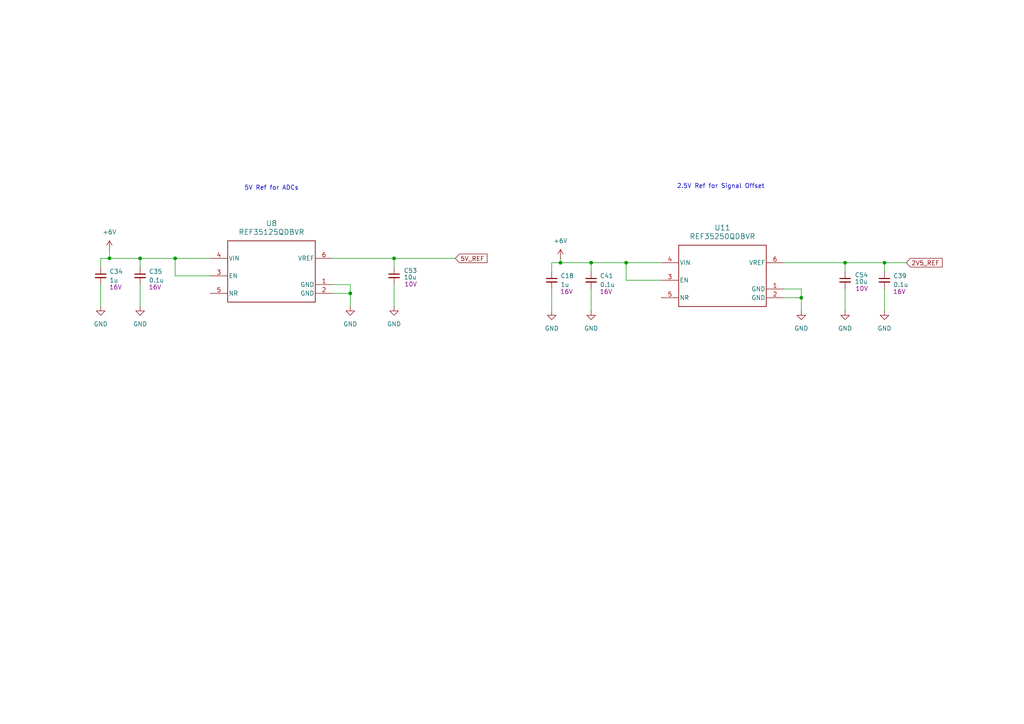
<source format=kicad_sch>
(kicad_sch
	(version 20231120)
	(generator "eeschema")
	(generator_version "8.0")
	(uuid "4c569879-c163-49cd-a50e-362860117b4b")
	(paper "A4")
	(lib_symbols
		(symbol "1_User_Library:Capacitor_non_polar"
			(pin_numbers hide)
			(pin_names
				(offset 0.254) hide)
			(exclude_from_sim no)
			(in_bom yes)
			(on_board yes)
			(property "Reference" "C"
				(at 0.254 1.778 0)
				(effects
					(font
						(size 1.27 1.27)
					)
					(justify left)
				)
			)
			(property "Value" ""
				(at 0.254 -2.032 0)
				(effects
					(font
						(size 1.27 1.27)
					)
					(justify left)
				)
			)
			(property "Footprint" ""
				(at 0 0 0)
				(effects
					(font
						(size 1.27 1.27)
					)
					(hide yes)
				)
			)
			(property "Datasheet" "~"
				(at 0 0 0)
				(effects
					(font
						(size 1.27 1.27)
					)
					(hide yes)
				)
			)
			(property "Description" ""
				(at 0 0 0)
				(effects
					(font
						(size 1.27 1.27)
					)
					(hide yes)
				)
			)
			(property "Part Number" ""
				(at 0 0 0)
				(effects
					(font
						(size 1.27 1.27)
					)
					(hide yes)
				)
			)
			(property "Voltage" ""
				(at 0 0 0)
				(effects
					(font
						(size 1.27 1.27)
					)
				)
			)
			(property "ki_keywords" "capacitor cap"
				(at 0 0 0)
				(effects
					(font
						(size 1.27 1.27)
					)
					(hide yes)
				)
			)
			(property "ki_fp_filters" "C_*"
				(at 0 0 0)
				(effects
					(font
						(size 1.27 1.27)
					)
					(hide yes)
				)
			)
			(symbol "Capacitor_non_polar_0_1"
				(polyline
					(pts
						(xy -1.524 -0.508) (xy 1.524 -0.508)
					)
					(stroke
						(width 0.3302)
						(type default)
					)
					(fill
						(type none)
					)
				)
				(polyline
					(pts
						(xy -1.524 0.508) (xy 1.524 0.508)
					)
					(stroke
						(width 0.3048)
						(type default)
					)
					(fill
						(type none)
					)
				)
			)
			(symbol "Capacitor_non_polar_1_1"
				(pin passive line
					(at 0 2.54 270)
					(length 2.032)
					(name "~"
						(effects
							(font
								(size 1.27 1.27)
							)
						)
					)
					(number "1"
						(effects
							(font
								(size 1.27 1.27)
							)
						)
					)
				)
				(pin passive line
					(at 0 -2.54 90)
					(length 2.032)
					(name "~"
						(effects
							(font
								(size 1.27 1.27)
							)
						)
					)
					(number "2"
						(effects
							(font
								(size 1.27 1.27)
							)
						)
					)
				)
			)
		)
		(symbol "1_User_Library:REF35125QDBVR"
			(pin_names
				(offset 0.254)
			)
			(exclude_from_sim no)
			(in_bom yes)
			(on_board yes)
			(property "Reference" "U"
				(at 0 2.54 0)
				(effects
					(font
						(size 1.524 1.524)
					)
				)
			)
			(property "Value" "REF35125QDBVR"
				(at 17.272 6.604 0)
				(effects
					(font
						(size 1.524 1.524)
					)
				)
			)
			(property "Footprint" "DBV0006A-IPC_A"
				(at 0 0 0)
				(effects
					(font
						(size 1.27 1.27)
						(italic yes)
					)
					(hide yes)
				)
			)
			(property "Datasheet" "REF35125QDBVR"
				(at 0 0 0)
				(effects
					(font
						(size 1.27 1.27)
						(italic yes)
					)
					(hide yes)
				)
			)
			(property "Description" "5V Reference, SOT-223"
				(at 0 0 0)
				(effects
					(font
						(size 1.27 1.27)
					)
					(hide yes)
				)
			)
			(property "ki_keywords" "REF35125QDBVR"
				(at 0 0 0)
				(effects
					(font
						(size 1.27 1.27)
					)
					(hide yes)
				)
			)
			(property "ki_fp_filters" "DBV0006A-IPC_A DBV0006A-IPC_B DBV0006A-IPC_C DBV0006A-MFG"
				(at 0 0 0)
				(effects
					(font
						(size 1.27 1.27)
					)
					(hide yes)
				)
			)
			(symbol "REF35125QDBVR_0_1"
				(polyline
					(pts
						(xy 5.08 -12.7) (xy 30.48 -12.7)
					)
					(stroke
						(width 0.2032)
						(type default)
					)
					(fill
						(type none)
					)
				)
				(polyline
					(pts
						(xy 5.08 5.08) (xy 5.08 -12.7)
					)
					(stroke
						(width 0.2032)
						(type default)
					)
					(fill
						(type none)
					)
				)
				(polyline
					(pts
						(xy 30.48 -12.7) (xy 30.48 5.08)
					)
					(stroke
						(width 0.2032)
						(type default)
					)
					(fill
						(type none)
					)
				)
				(polyline
					(pts
						(xy 30.48 5.08) (xy 5.08 5.08)
					)
					(stroke
						(width 0.2032)
						(type default)
					)
					(fill
						(type none)
					)
				)
				(pin power_in line
					(at 35.56 -7.62 180)
					(length 5.08)
					(name "GND"
						(effects
							(font
								(size 1.27 1.27)
							)
						)
					)
					(number "1"
						(effects
							(font
								(size 1.27 1.27)
							)
						)
					)
				)
				(pin power_in line
					(at 35.56 -10.16 180)
					(length 5.08)
					(name "GND"
						(effects
							(font
								(size 1.27 1.27)
							)
						)
					)
					(number "2"
						(effects
							(font
								(size 1.27 1.27)
							)
						)
					)
				)
				(pin input line
					(at 0 -5.08 0)
					(length 5.08)
					(name "EN"
						(effects
							(font
								(size 1.27 1.27)
							)
						)
					)
					(number "3"
						(effects
							(font
								(size 1.27 1.27)
							)
						)
					)
				)
				(pin power_in line
					(at 0 0 0)
					(length 5.08)
					(name "VIN"
						(effects
							(font
								(size 1.27 1.27)
							)
						)
					)
					(number "4"
						(effects
							(font
								(size 1.27 1.27)
							)
						)
					)
				)
				(pin unspecified line
					(at 0 -10.16 0)
					(length 5.08)
					(name "NR"
						(effects
							(font
								(size 1.27 1.27)
							)
						)
					)
					(number "5"
						(effects
							(font
								(size 1.27 1.27)
							)
						)
					)
				)
				(pin unspecified line
					(at 35.56 0 180)
					(length 5.08)
					(name "VREF"
						(effects
							(font
								(size 1.27 1.27)
							)
						)
					)
					(number "6"
						(effects
							(font
								(size 1.27 1.27)
							)
						)
					)
				)
			)
		)
		(symbol "1_User_Library:REF35250QDBVR"
			(pin_names
				(offset 0.254)
			)
			(exclude_from_sim no)
			(in_bom yes)
			(on_board yes)
			(property "Reference" "U"
				(at 0 2.54 0)
				(effects
					(font
						(size 1.524 1.524)
					)
				)
			)
			(property "Value" "REF35250QDBVR"
				(at 17.272 6.604 0)
				(effects
					(font
						(size 1.524 1.524)
					)
				)
			)
			(property "Footprint" "DBV0006A-IPC_A"
				(at 0 0 0)
				(effects
					(font
						(size 1.27 1.27)
						(italic yes)
					)
					(hide yes)
				)
			)
			(property "Datasheet" "REF35250QDBVR"
				(at 0 0 0)
				(effects
					(font
						(size 1.27 1.27)
						(italic yes)
					)
					(hide yes)
				)
			)
			(property "Description" "2.5V Reference, SOT-223"
				(at 0 0 0)
				(effects
					(font
						(size 1.27 1.27)
					)
					(hide yes)
				)
			)
			(property "ki_keywords" "REF35250QDBVR"
				(at 0 0 0)
				(effects
					(font
						(size 1.27 1.27)
					)
					(hide yes)
				)
			)
			(property "ki_fp_filters" "DBV0006A-IPC_A DBV0006A-IPC_B DBV0006A-IPC_C DBV0006A-MFG"
				(at 0 0 0)
				(effects
					(font
						(size 1.27 1.27)
					)
					(hide yes)
				)
			)
			(symbol "REF35250QDBVR_0_1"
				(polyline
					(pts
						(xy 5.08 -12.7) (xy 30.48 -12.7)
					)
					(stroke
						(width 0.2032)
						(type default)
					)
					(fill
						(type none)
					)
				)
				(polyline
					(pts
						(xy 5.08 5.08) (xy 5.08 -12.7)
					)
					(stroke
						(width 0.2032)
						(type default)
					)
					(fill
						(type none)
					)
				)
				(polyline
					(pts
						(xy 30.48 -12.7) (xy 30.48 5.08)
					)
					(stroke
						(width 0.2032)
						(type default)
					)
					(fill
						(type none)
					)
				)
				(polyline
					(pts
						(xy 30.48 5.08) (xy 5.08 5.08)
					)
					(stroke
						(width 0.2032)
						(type default)
					)
					(fill
						(type none)
					)
				)
				(pin power_in line
					(at 35.56 -7.62 180)
					(length 5.08)
					(name "GND"
						(effects
							(font
								(size 1.27 1.27)
							)
						)
					)
					(number "1"
						(effects
							(font
								(size 1.27 1.27)
							)
						)
					)
				)
				(pin power_in line
					(at 35.56 -10.16 180)
					(length 5.08)
					(name "GND"
						(effects
							(font
								(size 1.27 1.27)
							)
						)
					)
					(number "2"
						(effects
							(font
								(size 1.27 1.27)
							)
						)
					)
				)
				(pin input line
					(at 0 -5.08 0)
					(length 5.08)
					(name "EN"
						(effects
							(font
								(size 1.27 1.27)
							)
						)
					)
					(number "3"
						(effects
							(font
								(size 1.27 1.27)
							)
						)
					)
				)
				(pin power_in line
					(at 0 0 0)
					(length 5.08)
					(name "VIN"
						(effects
							(font
								(size 1.27 1.27)
							)
						)
					)
					(number "4"
						(effects
							(font
								(size 1.27 1.27)
							)
						)
					)
				)
				(pin unspecified line
					(at 0 -10.16 0)
					(length 5.08)
					(name "NR"
						(effects
							(font
								(size 1.27 1.27)
							)
						)
					)
					(number "5"
						(effects
							(font
								(size 1.27 1.27)
							)
						)
					)
				)
				(pin unspecified line
					(at 35.56 0 180)
					(length 5.08)
					(name "VREF"
						(effects
							(font
								(size 1.27 1.27)
							)
						)
					)
					(number "6"
						(effects
							(font
								(size 1.27 1.27)
							)
						)
					)
				)
			)
		)
		(symbol "Capacitor_non_polar_1"
			(pin_numbers hide)
			(pin_names
				(offset 0.254) hide)
			(exclude_from_sim no)
			(in_bom yes)
			(on_board yes)
			(property "Reference" "C"
				(at 0.254 1.778 0)
				(effects
					(font
						(size 1.27 1.27)
					)
					(justify left)
				)
			)
			(property "Value" ""
				(at 0.254 -2.032 0)
				(effects
					(font
						(size 1.27 1.27)
					)
					(justify left)
				)
			)
			(property "Footprint" ""
				(at 0 0 0)
				(effects
					(font
						(size 1.27 1.27)
					)
					(hide yes)
				)
			)
			(property "Datasheet" "~"
				(at 0 0 0)
				(effects
					(font
						(size 1.27 1.27)
					)
					(hide yes)
				)
			)
			(property "Description" ""
				(at 0 0 0)
				(effects
					(font
						(size 1.27 1.27)
					)
					(hide yes)
				)
			)
			(property "Part Number" ""
				(at 0 0 0)
				(effects
					(font
						(size 1.27 1.27)
					)
					(hide yes)
				)
			)
			(property "Voltage" ""
				(at 0 0 0)
				(effects
					(font
						(size 1.27 1.27)
					)
				)
			)
			(property "ki_keywords" "capacitor cap"
				(at 0 0 0)
				(effects
					(font
						(size 1.27 1.27)
					)
					(hide yes)
				)
			)
			(property "ki_fp_filters" "C_*"
				(at 0 0 0)
				(effects
					(font
						(size 1.27 1.27)
					)
					(hide yes)
				)
			)
			(symbol "Capacitor_non_polar_1_0_1"
				(polyline
					(pts
						(xy -1.524 -0.508) (xy 1.524 -0.508)
					)
					(stroke
						(width 0.3302)
						(type default)
					)
					(fill
						(type none)
					)
				)
				(polyline
					(pts
						(xy -1.524 0.508) (xy 1.524 0.508)
					)
					(stroke
						(width 0.3048)
						(type default)
					)
					(fill
						(type none)
					)
				)
			)
			(symbol "Capacitor_non_polar_1_1_1"
				(pin passive line
					(at 0 2.54 270)
					(length 2.032)
					(name "~"
						(effects
							(font
								(size 1.27 1.27)
							)
						)
					)
					(number "1"
						(effects
							(font
								(size 1.27 1.27)
							)
						)
					)
				)
				(pin passive line
					(at 0 -2.54 90)
					(length 2.032)
					(name "~"
						(effects
							(font
								(size 1.27 1.27)
							)
						)
					)
					(number "2"
						(effects
							(font
								(size 1.27 1.27)
							)
						)
					)
				)
			)
		)
		(symbol "power:+6V"
			(power)
			(pin_numbers hide)
			(pin_names
				(offset 0) hide)
			(exclude_from_sim no)
			(in_bom yes)
			(on_board yes)
			(property "Reference" "#PWR"
				(at 0 -3.81 0)
				(effects
					(font
						(size 1.27 1.27)
					)
					(hide yes)
				)
			)
			(property "Value" "+6V"
				(at 0 3.556 0)
				(effects
					(font
						(size 1.27 1.27)
					)
				)
			)
			(property "Footprint" ""
				(at 0 0 0)
				(effects
					(font
						(size 1.27 1.27)
					)
					(hide yes)
				)
			)
			(property "Datasheet" ""
				(at 0 0 0)
				(effects
					(font
						(size 1.27 1.27)
					)
					(hide yes)
				)
			)
			(property "Description" "Power symbol creates a global label with name \"+6V\""
				(at 0 0 0)
				(effects
					(font
						(size 1.27 1.27)
					)
					(hide yes)
				)
			)
			(property "ki_keywords" "global power"
				(at 0 0 0)
				(effects
					(font
						(size 1.27 1.27)
					)
					(hide yes)
				)
			)
			(symbol "+6V_0_1"
				(polyline
					(pts
						(xy -0.762 1.27) (xy 0 2.54)
					)
					(stroke
						(width 0)
						(type default)
					)
					(fill
						(type none)
					)
				)
				(polyline
					(pts
						(xy 0 0) (xy 0 2.54)
					)
					(stroke
						(width 0)
						(type default)
					)
					(fill
						(type none)
					)
				)
				(polyline
					(pts
						(xy 0 2.54) (xy 0.762 1.27)
					)
					(stroke
						(width 0)
						(type default)
					)
					(fill
						(type none)
					)
				)
			)
			(symbol "+6V_1_1"
				(pin power_in line
					(at 0 0 90)
					(length 0)
					(name "~"
						(effects
							(font
								(size 1.27 1.27)
							)
						)
					)
					(number "1"
						(effects
							(font
								(size 1.27 1.27)
							)
						)
					)
				)
			)
		)
		(symbol "power:GND"
			(power)
			(pin_numbers hide)
			(pin_names
				(offset 0) hide)
			(exclude_from_sim no)
			(in_bom yes)
			(on_board yes)
			(property "Reference" "#PWR"
				(at 0 -6.35 0)
				(effects
					(font
						(size 1.27 1.27)
					)
					(hide yes)
				)
			)
			(property "Value" "GND"
				(at 0 -3.81 0)
				(effects
					(font
						(size 1.27 1.27)
					)
				)
			)
			(property "Footprint" ""
				(at 0 0 0)
				(effects
					(font
						(size 1.27 1.27)
					)
					(hide yes)
				)
			)
			(property "Datasheet" ""
				(at 0 0 0)
				(effects
					(font
						(size 1.27 1.27)
					)
					(hide yes)
				)
			)
			(property "Description" "Power symbol creates a global label with name \"GND\" , ground"
				(at 0 0 0)
				(effects
					(font
						(size 1.27 1.27)
					)
					(hide yes)
				)
			)
			(property "ki_keywords" "global power"
				(at 0 0 0)
				(effects
					(font
						(size 1.27 1.27)
					)
					(hide yes)
				)
			)
			(symbol "GND_0_1"
				(polyline
					(pts
						(xy 0 0) (xy 0 -1.27) (xy 1.27 -1.27) (xy 0 -2.54) (xy -1.27 -1.27) (xy 0 -1.27)
					)
					(stroke
						(width 0)
						(type default)
					)
					(fill
						(type none)
					)
				)
			)
			(symbol "GND_1_1"
				(pin power_in line
					(at 0 0 270)
					(length 0)
					(name "~"
						(effects
							(font
								(size 1.27 1.27)
							)
						)
					)
					(number "1"
						(effects
							(font
								(size 1.27 1.27)
							)
						)
					)
				)
			)
		)
	)
	(junction
		(at 171.45 76.2)
		(diameter 0)
		(color 0 0 0 0)
		(uuid "0bc5351c-4db6-4c69-80ee-92727d0147d2")
	)
	(junction
		(at 181.61 76.2)
		(diameter 0)
		(color 0 0 0 0)
		(uuid "0c88a7ba-a9b9-47b4-bbe6-63cf3a6fd4c7")
	)
	(junction
		(at 232.41 86.36)
		(diameter 0)
		(color 0 0 0 0)
		(uuid "2820d952-16a0-4cee-8c32-85001138d664")
	)
	(junction
		(at 245.11 76.2)
		(diameter 0)
		(color 0 0 0 0)
		(uuid "4c299cf8-46f1-4cd4-8050-788038e50d88")
	)
	(junction
		(at 101.6 85.09)
		(diameter 0)
		(color 0 0 0 0)
		(uuid "6e81c873-4455-4730-839b-197e7a97d18f")
	)
	(junction
		(at 40.64 74.93)
		(diameter 0)
		(color 0 0 0 0)
		(uuid "7153d167-abf2-47d3-a29c-26dfc255c128")
	)
	(junction
		(at 50.8 74.93)
		(diameter 0)
		(color 0 0 0 0)
		(uuid "90826def-bc2d-4b6a-8790-64d0c2fbb586")
	)
	(junction
		(at 31.75 74.93)
		(diameter 0)
		(color 0 0 0 0)
		(uuid "937bb750-71b7-436b-96e8-5f9eca8536ff")
	)
	(junction
		(at 256.54 76.2)
		(diameter 0)
		(color 0 0 0 0)
		(uuid "a057a796-5e43-438f-bb2b-2c79c64fb52f")
	)
	(junction
		(at 114.3 74.93)
		(diameter 0)
		(color 0 0 0 0)
		(uuid "ac24325e-7ab8-4a04-89a0-ba2de460bb32")
	)
	(junction
		(at 162.56 76.2)
		(diameter 0)
		(color 0 0 0 0)
		(uuid "afec8b97-24d8-4518-a7d8-fcc5b178fbad")
	)
	(wire
		(pts
			(xy 171.45 78.74) (xy 171.45 76.2)
		)
		(stroke
			(width 0)
			(type default)
		)
		(uuid "0220c401-92e4-4d26-80f3-f16509941fc7")
	)
	(wire
		(pts
			(xy 227.33 83.82) (xy 232.41 83.82)
		)
		(stroke
			(width 0)
			(type default)
		)
		(uuid "0cb1df1e-a8e6-482f-b4bf-9b1f2abe9090")
	)
	(wire
		(pts
			(xy 29.21 74.93) (xy 31.75 74.93)
		)
		(stroke
			(width 0)
			(type default)
		)
		(uuid "0e001305-e3db-4f32-812c-0c0da99d2e08")
	)
	(wire
		(pts
			(xy 256.54 78.74) (xy 256.54 76.2)
		)
		(stroke
			(width 0)
			(type default)
		)
		(uuid "18aaa140-baeb-4d35-b665-f78c7afc3067")
	)
	(wire
		(pts
			(xy 245.11 76.2) (xy 256.54 76.2)
		)
		(stroke
			(width 0)
			(type default)
		)
		(uuid "1b352d37-5a7e-4d1d-9d62-ce479d39926b")
	)
	(wire
		(pts
			(xy 227.33 76.2) (xy 245.11 76.2)
		)
		(stroke
			(width 0)
			(type default)
		)
		(uuid "211a0b8a-c3c2-4cee-8bda-ee154fa735c1")
	)
	(wire
		(pts
			(xy 171.45 76.2) (xy 181.61 76.2)
		)
		(stroke
			(width 0)
			(type default)
		)
		(uuid "2648c015-fcee-4592-8111-e7d7d9704f91")
	)
	(wire
		(pts
			(xy 181.61 76.2) (xy 191.77 76.2)
		)
		(stroke
			(width 0)
			(type default)
		)
		(uuid "2a48b437-7cc9-4d5e-a362-96bcf77ffb19")
	)
	(wire
		(pts
			(xy 50.8 80.01) (xy 50.8 74.93)
		)
		(stroke
			(width 0)
			(type default)
		)
		(uuid "2cbcf697-572c-47c6-8cdf-d023ce57e85b")
	)
	(wire
		(pts
			(xy 181.61 81.28) (xy 181.61 76.2)
		)
		(stroke
			(width 0)
			(type default)
		)
		(uuid "433e4baa-2cea-49b3-bb32-b196f6a86495")
	)
	(wire
		(pts
			(xy 29.21 77.47) (xy 29.21 74.93)
		)
		(stroke
			(width 0)
			(type default)
		)
		(uuid "4a38fa1a-858c-4cd7-a385-67a64d4228df")
	)
	(wire
		(pts
			(xy 60.96 80.01) (xy 50.8 80.01)
		)
		(stroke
			(width 0)
			(type default)
		)
		(uuid "557f3286-1df6-4f6f-8216-c60cef8e2581")
	)
	(wire
		(pts
			(xy 171.45 83.82) (xy 171.45 90.17)
		)
		(stroke
			(width 0)
			(type default)
		)
		(uuid "6309de14-0d4b-4d0d-b76d-93b464bbdea4")
	)
	(wire
		(pts
			(xy 96.52 85.09) (xy 101.6 85.09)
		)
		(stroke
			(width 0)
			(type default)
		)
		(uuid "670199fc-e0b7-4d2f-92dc-57610b13c433")
	)
	(wire
		(pts
			(xy 227.33 86.36) (xy 232.41 86.36)
		)
		(stroke
			(width 0)
			(type default)
		)
		(uuid "68115fcf-4cc0-4552-8112-02a0c1d725de")
	)
	(wire
		(pts
			(xy 114.3 82.55) (xy 114.3 88.9)
		)
		(stroke
			(width 0)
			(type default)
		)
		(uuid "6f4f0e51-a67c-49e0-aa73-03db4228529d")
	)
	(wire
		(pts
			(xy 160.02 76.2) (xy 162.56 76.2)
		)
		(stroke
			(width 0)
			(type default)
		)
		(uuid "7683e599-92ac-4a69-94cd-b5f0fc45bd76")
	)
	(wire
		(pts
			(xy 101.6 85.09) (xy 101.6 88.9)
		)
		(stroke
			(width 0)
			(type default)
		)
		(uuid "76cb5ac9-77f8-423c-9448-aa2101891bdd")
	)
	(wire
		(pts
			(xy 40.64 74.93) (xy 50.8 74.93)
		)
		(stroke
			(width 0)
			(type default)
		)
		(uuid "820ccb84-6ea4-4a44-8273-3f35f3bccdbd")
	)
	(wire
		(pts
			(xy 31.75 72.39) (xy 31.75 74.93)
		)
		(stroke
			(width 0)
			(type default)
		)
		(uuid "91bdb87b-11aa-414e-8a84-cf399faf0c1e")
	)
	(wire
		(pts
			(xy 162.56 76.2) (xy 171.45 76.2)
		)
		(stroke
			(width 0)
			(type default)
		)
		(uuid "926915f9-b083-40ce-9c3c-6aed82cf77c4")
	)
	(wire
		(pts
			(xy 162.56 74.93) (xy 162.56 76.2)
		)
		(stroke
			(width 0)
			(type default)
		)
		(uuid "9328214e-f5d5-46fe-9213-7305fc23e147")
	)
	(wire
		(pts
			(xy 245.11 83.82) (xy 245.11 90.17)
		)
		(stroke
			(width 0)
			(type default)
		)
		(uuid "a89bd21e-1b3f-4ca3-a979-5bea9472d36a")
	)
	(wire
		(pts
			(xy 96.52 82.55) (xy 101.6 82.55)
		)
		(stroke
			(width 0)
			(type default)
		)
		(uuid "aea9ffe8-0093-4d5f-ad57-30355c56bfbc")
	)
	(wire
		(pts
			(xy 114.3 74.93) (xy 132.08 74.93)
		)
		(stroke
			(width 0)
			(type default)
		)
		(uuid "b03b95ad-2068-4c04-bb44-73d6cc1d4130")
	)
	(wire
		(pts
			(xy 114.3 74.93) (xy 114.3 77.47)
		)
		(stroke
			(width 0)
			(type default)
		)
		(uuid "b2408912-45a3-49e7-8fae-2eab01305b7d")
	)
	(wire
		(pts
			(xy 256.54 76.2) (xy 262.89 76.2)
		)
		(stroke
			(width 0)
			(type default)
		)
		(uuid "b2973f70-abe1-44f0-bffd-65b5dcfbaafd")
	)
	(wire
		(pts
			(xy 50.8 74.93) (xy 60.96 74.93)
		)
		(stroke
			(width 0)
			(type default)
		)
		(uuid "bad27441-2a28-4352-aa5f-737b704d0249")
	)
	(wire
		(pts
			(xy 160.02 83.82) (xy 160.02 90.17)
		)
		(stroke
			(width 0)
			(type default)
		)
		(uuid "bb2da18f-126c-4822-a5d0-ae988ed3a037")
	)
	(wire
		(pts
			(xy 40.64 82.55) (xy 40.64 88.9)
		)
		(stroke
			(width 0)
			(type default)
		)
		(uuid "bd7c9d7c-aecd-47f5-9d58-87b2a7305a11")
	)
	(wire
		(pts
			(xy 31.75 74.93) (xy 40.64 74.93)
		)
		(stroke
			(width 0)
			(type default)
		)
		(uuid "c36ceac5-1f30-487d-8335-d7de9d7909c9")
	)
	(wire
		(pts
			(xy 29.21 82.55) (xy 29.21 88.9)
		)
		(stroke
			(width 0)
			(type default)
		)
		(uuid "cef50d76-6105-4b59-8fec-11748b264a67")
	)
	(wire
		(pts
			(xy 160.02 78.74) (xy 160.02 76.2)
		)
		(stroke
			(width 0)
			(type default)
		)
		(uuid "d5478faf-48b8-4602-bf20-38f85e9f2c78")
	)
	(wire
		(pts
			(xy 191.77 81.28) (xy 181.61 81.28)
		)
		(stroke
			(width 0)
			(type default)
		)
		(uuid "d81ccf3f-dddc-4b0a-ab80-b4c0b90bb18b")
	)
	(wire
		(pts
			(xy 40.64 77.47) (xy 40.64 74.93)
		)
		(stroke
			(width 0)
			(type default)
		)
		(uuid "dab9d421-435b-4865-b3da-e1bdd3dddccb")
	)
	(wire
		(pts
			(xy 256.54 83.82) (xy 256.54 90.17)
		)
		(stroke
			(width 0)
			(type default)
		)
		(uuid "e133297a-244d-4fb1-93e7-42dda158ad2f")
	)
	(wire
		(pts
			(xy 101.6 82.55) (xy 101.6 85.09)
		)
		(stroke
			(width 0)
			(type default)
		)
		(uuid "e91cc2d0-f666-4d53-902e-71d05ad18201")
	)
	(wire
		(pts
			(xy 232.41 83.82) (xy 232.41 86.36)
		)
		(stroke
			(width 0)
			(type default)
		)
		(uuid "ea15acc9-f397-4568-86bd-84ee059e8f47")
	)
	(wire
		(pts
			(xy 232.41 86.36) (xy 232.41 90.17)
		)
		(stroke
			(width 0)
			(type default)
		)
		(uuid "eb889c24-a135-4485-ba1d-d1b4985124a0")
	)
	(wire
		(pts
			(xy 245.11 76.2) (xy 245.11 78.74)
		)
		(stroke
			(width 0)
			(type default)
		)
		(uuid "f61b845c-31b5-4620-8c7b-fc660a05efb1")
	)
	(wire
		(pts
			(xy 96.52 74.93) (xy 114.3 74.93)
		)
		(stroke
			(width 0)
			(type default)
		)
		(uuid "fe363a9e-1c3c-4784-9108-e246020e1061")
	)
	(text "2.5V Ref for Signal Offset"
		(exclude_from_sim no)
		(at 209.042 54.102 0)
		(effects
			(font
				(size 1.27 1.27)
			)
		)
		(uuid "03636c01-a5b4-4cad-a6eb-bacf278b13e7")
	)
	(text "5V Ref for ADCs"
		(exclude_from_sim no)
		(at 78.74 54.61 0)
		(effects
			(font
				(size 1.27 1.27)
			)
		)
		(uuid "0c1e8b7f-a43f-4140-a4c7-1aa37cf305be")
	)
	(global_label "2V5_REF"
		(shape input)
		(at 262.89 76.2 0)
		(fields_autoplaced yes)
		(effects
			(font
				(size 1.27 1.27)
			)
			(justify left)
		)
		(uuid "9315550a-2bd5-4386-87bb-011430b4cdf6")
		(property "Intersheetrefs" "${INTERSHEET_REFS}"
			(at 273.858 76.2 0)
			(effects
				(font
					(size 1.27 1.27)
				)
				(justify left)
				(hide yes)
			)
		)
	)
	(global_label "5V_REF"
		(shape input)
		(at 132.08 74.93 0)
		(fields_autoplaced yes)
		(effects
			(font
				(size 1.27 1.27)
			)
			(justify left)
		)
		(uuid "b81d43cd-2e9c-458c-a2a9-6dcd35e1c8a9")
		(property "Intersheetrefs" "${INTERSHEET_REFS}"
			(at 141.8385 74.93 0)
			(effects
				(font
					(size 1.27 1.27)
				)
				(justify left)
				(hide yes)
			)
		)
	)
	(symbol
		(lib_id "power:GND")
		(at 256.54 90.17 0)
		(unit 1)
		(exclude_from_sim no)
		(in_bom yes)
		(on_board yes)
		(dnp no)
		(fields_autoplaced yes)
		(uuid "025e31d5-1fb2-4493-b0a3-b48d62da5d21")
		(property "Reference" "#PWR064"
			(at 256.54 96.52 0)
			(effects
				(font
					(size 1.27 1.27)
				)
				(hide yes)
			)
		)
		(property "Value" "GND"
			(at 256.54 95.25 0)
			(effects
				(font
					(size 1.27 1.27)
				)
			)
		)
		(property "Footprint" ""
			(at 256.54 90.17 0)
			(effects
				(font
					(size 1.27 1.27)
				)
				(hide yes)
			)
		)
		(property "Datasheet" ""
			(at 256.54 90.17 0)
			(effects
				(font
					(size 1.27 1.27)
				)
				(hide yes)
			)
		)
		(property "Description" "Power symbol creates a global label with name \"GND\" , ground"
			(at 256.54 90.17 0)
			(effects
				(font
					(size 1.27 1.27)
				)
				(hide yes)
			)
		)
		(pin "1"
			(uuid "775350f1-ae2d-4586-ba76-2a4faa3094ff")
		)
		(instances
			(project "Power"
				(path "/04a6a617-f7af-4f67-885b-c0b286b5e470/4cf4989c-6448-474d-8ebc-d5acdee72528"
					(reference "#PWR064")
					(unit 1)
				)
			)
		)
	)
	(symbol
		(lib_id "power:GND")
		(at 101.6 88.9 0)
		(unit 1)
		(exclude_from_sim no)
		(in_bom yes)
		(on_board yes)
		(dnp no)
		(fields_autoplaced yes)
		(uuid "0aae1eab-0aa2-439f-87c9-cde724f8144f")
		(property "Reference" "#PWR062"
			(at 101.6 95.25 0)
			(effects
				(font
					(size 1.27 1.27)
				)
				(hide yes)
			)
		)
		(property "Value" "GND"
			(at 101.6 93.98 0)
			(effects
				(font
					(size 1.27 1.27)
				)
			)
		)
		(property "Footprint" ""
			(at 101.6 88.9 0)
			(effects
				(font
					(size 1.27 1.27)
				)
				(hide yes)
			)
		)
		(property "Datasheet" ""
			(at 101.6 88.9 0)
			(effects
				(font
					(size 1.27 1.27)
				)
				(hide yes)
			)
		)
		(property "Description" "Power symbol creates a global label with name \"GND\" , ground"
			(at 101.6 88.9 0)
			(effects
				(font
					(size 1.27 1.27)
				)
				(hide yes)
			)
		)
		(pin "1"
			(uuid "74cad81d-b19a-47b6-b9fe-28cad7bdb5d5")
		)
		(instances
			(project "Power"
				(path "/04a6a617-f7af-4f67-885b-c0b286b5e470/4cf4989c-6448-474d-8ebc-d5acdee72528"
					(reference "#PWR062")
					(unit 1)
				)
			)
		)
	)
	(symbol
		(lib_id "1_User_Library:Capacitor_non_polar")
		(at 256.54 81.28 0)
		(unit 1)
		(exclude_from_sim no)
		(in_bom yes)
		(on_board yes)
		(dnp no)
		(uuid "222a80df-0f2f-43f3-bb61-6ffdc20e4aff")
		(property "Reference" "C39"
			(at 259.08 80.0162 0)
			(effects
				(font
					(size 1.27 1.27)
				)
				(justify left)
			)
		)
		(property "Value" "0.1u"
			(at 259.08 82.5562 0)
			(effects
				(font
					(size 1.27 1.27)
				)
				(justify left)
			)
		)
		(property "Footprint" "Capacitor_SMD:C_0805_2012Metric_Pad1.18x1.45mm_HandSolder"
			(at 256.54 81.28 0)
			(effects
				(font
					(size 1.27 1.27)
				)
				(hide yes)
			)
		)
		(property "Datasheet" "~"
			(at 256.54 81.28 0)
			(effects
				(font
					(size 1.27 1.27)
				)
				(hide yes)
			)
		)
		(property "Description" ""
			(at 256.54 81.28 0)
			(effects
				(font
					(size 1.27 1.27)
				)
				(hide yes)
			)
		)
		(property "Part Number" "0805YC104MAT2A"
			(at 256.54 81.28 0)
			(effects
				(font
					(size 1.27 1.27)
				)
				(hide yes)
			)
		)
		(property "Voltage" "16V"
			(at 260.858 84.582 0)
			(effects
				(font
					(size 1.27 1.27)
				)
			)
		)
		(pin "1"
			(uuid "ce8027c6-ddee-4bdb-bdb2-96a7766a8953")
		)
		(pin "2"
			(uuid "29615879-89bd-459e-9b0a-10c32622a5e0")
		)
		(instances
			(project "Power"
				(path "/04a6a617-f7af-4f67-885b-c0b286b5e470/4cf4989c-6448-474d-8ebc-d5acdee72528"
					(reference "C39")
					(unit 1)
				)
			)
		)
	)
	(symbol
		(lib_id "power:GND")
		(at 171.45 90.17 0)
		(unit 1)
		(exclude_from_sim no)
		(in_bom yes)
		(on_board yes)
		(dnp no)
		(fields_autoplaced yes)
		(uuid "2ef403db-dc01-48d4-b184-980ed1a79aeb")
		(property "Reference" "#PWR067"
			(at 171.45 96.52 0)
			(effects
				(font
					(size 1.27 1.27)
				)
				(hide yes)
			)
		)
		(property "Value" "GND"
			(at 171.45 95.25 0)
			(effects
				(font
					(size 1.27 1.27)
				)
			)
		)
		(property "Footprint" ""
			(at 171.45 90.17 0)
			(effects
				(font
					(size 1.27 1.27)
				)
				(hide yes)
			)
		)
		(property "Datasheet" ""
			(at 171.45 90.17 0)
			(effects
				(font
					(size 1.27 1.27)
				)
				(hide yes)
			)
		)
		(property "Description" "Power symbol creates a global label with name \"GND\" , ground"
			(at 171.45 90.17 0)
			(effects
				(font
					(size 1.27 1.27)
				)
				(hide yes)
			)
		)
		(pin "1"
			(uuid "af274188-8a7c-4281-884b-b43479d2c884")
		)
		(instances
			(project "Power"
				(path "/04a6a617-f7af-4f67-885b-c0b286b5e470/4cf4989c-6448-474d-8ebc-d5acdee72528"
					(reference "#PWR067")
					(unit 1)
				)
			)
		)
	)
	(symbol
		(lib_id "1_User_Library:Capacitor_non_polar")
		(at 160.02 81.28 0)
		(unit 1)
		(exclude_from_sim no)
		(in_bom yes)
		(on_board yes)
		(dnp no)
		(uuid "34b5369a-dc16-4e05-acc4-4c853d55da61")
		(property "Reference" "C18"
			(at 162.56 80.0162 0)
			(effects
				(font
					(size 1.27 1.27)
				)
				(justify left)
			)
		)
		(property "Value" "1u"
			(at 162.56 82.5562 0)
			(effects
				(font
					(size 1.27 1.27)
				)
				(justify left)
			)
		)
		(property "Footprint" "Capacitor_SMD:C_0805_2012Metric_Pad1.18x1.45mm_HandSolder"
			(at 160.02 81.28 0)
			(effects
				(font
					(size 1.27 1.27)
				)
				(hide yes)
			)
		)
		(property "Datasheet" "~"
			(at 160.02 81.28 0)
			(effects
				(font
					(size 1.27 1.27)
				)
				(hide yes)
			)
		)
		(property "Description" ""
			(at 160.02 81.28 0)
			(effects
				(font
					(size 1.27 1.27)
				)
				(hide yes)
			)
		)
		(property "Part Number" "0805YC105KAT2A"
			(at 160.02 81.28 0)
			(effects
				(font
					(size 1.27 1.27)
				)
				(hide yes)
			)
		)
		(property "Voltage" "16V"
			(at 164.338 84.582 0)
			(effects
				(font
					(size 1.27 1.27)
				)
			)
		)
		(pin "1"
			(uuid "0d461a34-c2d7-44a4-a501-f5fbb2406acc")
		)
		(pin "2"
			(uuid "17981264-be99-4f75-8c22-1db6273d8235")
		)
		(instances
			(project "Power"
				(path "/04a6a617-f7af-4f67-885b-c0b286b5e470/4cf4989c-6448-474d-8ebc-d5acdee72528"
					(reference "C18")
					(unit 1)
				)
			)
		)
	)
	(symbol
		(lib_id "power:GND")
		(at 245.11 90.17 0)
		(unit 1)
		(exclude_from_sim no)
		(in_bom yes)
		(on_board yes)
		(dnp no)
		(fields_autoplaced yes)
		(uuid "3500cbc0-2ae0-4b55-a673-7a6cdc445efa")
		(property "Reference" "#PWR065"
			(at 245.11 96.52 0)
			(effects
				(font
					(size 1.27 1.27)
				)
				(hide yes)
			)
		)
		(property "Value" "GND"
			(at 245.11 95.25 0)
			(effects
				(font
					(size 1.27 1.27)
				)
			)
		)
		(property "Footprint" ""
			(at 245.11 90.17 0)
			(effects
				(font
					(size 1.27 1.27)
				)
				(hide yes)
			)
		)
		(property "Datasheet" ""
			(at 245.11 90.17 0)
			(effects
				(font
					(size 1.27 1.27)
				)
				(hide yes)
			)
		)
		(property "Description" "Power symbol creates a global label with name \"GND\" , ground"
			(at 245.11 90.17 0)
			(effects
				(font
					(size 1.27 1.27)
				)
				(hide yes)
			)
		)
		(pin "1"
			(uuid "e682353d-40bd-40d5-b698-9fd1f0175efc")
		)
		(instances
			(project "Power"
				(path "/04a6a617-f7af-4f67-885b-c0b286b5e470/4cf4989c-6448-474d-8ebc-d5acdee72528"
					(reference "#PWR065")
					(unit 1)
				)
			)
		)
	)
	(symbol
		(lib_id "1_User_Library:REF35125QDBVR")
		(at 60.96 74.93 0)
		(unit 1)
		(exclude_from_sim no)
		(in_bom yes)
		(on_board yes)
		(dnp no)
		(fields_autoplaced yes)
		(uuid "431835ea-c2e9-400b-a08e-e291ad94e0d0")
		(property "Reference" "U8"
			(at 78.74 64.77 0)
			(effects
				(font
					(size 1.524 1.524)
				)
			)
		)
		(property "Value" "REF35125QDBVR"
			(at 78.74 67.31 0)
			(effects
				(font
					(size 1.524 1.524)
				)
			)
		)
		(property "Footprint" "DBV0006A-IPC_A"
			(at 60.96 74.93 0)
			(effects
				(font
					(size 1.27 1.27)
					(italic yes)
				)
				(hide yes)
			)
		)
		(property "Datasheet" "REF35125QDBVR"
			(at 60.96 74.93 0)
			(effects
				(font
					(size 1.27 1.27)
					(italic yes)
				)
				(hide yes)
			)
		)
		(property "Description" "5V Reference, SOT-223"
			(at 60.96 74.93 0)
			(effects
				(font
					(size 1.27 1.27)
				)
				(hide yes)
			)
		)
		(property "Part Number" "REF35125QDBVR"
			(at 60.96 74.93 0)
			(effects
				(font
					(size 1.27 1.27)
				)
				(hide yes)
			)
		)
		(pin "3"
			(uuid "ccd89c3a-6ab5-47bb-93e1-2e5649484f60")
		)
		(pin "6"
			(uuid "080d9bfb-9fba-4302-a74a-be5aea28f8e9")
		)
		(pin "1"
			(uuid "64fd0dac-4a90-45ae-b59a-f384c8f9fade")
		)
		(pin "2"
			(uuid "1805dfd9-b5c6-4107-8b8d-60649ecd497d")
		)
		(pin "4"
			(uuid "01d24a33-cb8c-44e7-b4a6-6d8cfdfa1ce2")
		)
		(pin "5"
			(uuid "70c2332e-db13-4a95-9736-03fd26fa529c")
		)
		(instances
			(project ""
				(path "/04a6a617-f7af-4f67-885b-c0b286b5e470/4cf4989c-6448-474d-8ebc-d5acdee72528"
					(reference "U8")
					(unit 1)
				)
			)
		)
	)
	(symbol
		(lib_id "power:GND")
		(at 232.41 90.17 0)
		(unit 1)
		(exclude_from_sim no)
		(in_bom yes)
		(on_board yes)
		(dnp no)
		(fields_autoplaced yes)
		(uuid "506271ea-8623-4b02-901f-aea71eadc39e")
		(property "Reference" "#PWR066"
			(at 232.41 96.52 0)
			(effects
				(font
					(size 1.27 1.27)
				)
				(hide yes)
			)
		)
		(property "Value" "GND"
			(at 232.41 95.25 0)
			(effects
				(font
					(size 1.27 1.27)
				)
			)
		)
		(property "Footprint" ""
			(at 232.41 90.17 0)
			(effects
				(font
					(size 1.27 1.27)
				)
				(hide yes)
			)
		)
		(property "Datasheet" ""
			(at 232.41 90.17 0)
			(effects
				(font
					(size 1.27 1.27)
				)
				(hide yes)
			)
		)
		(property "Description" "Power symbol creates a global label with name \"GND\" , ground"
			(at 232.41 90.17 0)
			(effects
				(font
					(size 1.27 1.27)
				)
				(hide yes)
			)
		)
		(pin "1"
			(uuid "bf109229-d80b-4858-81f4-e35edde65f17")
		)
		(instances
			(project "Power"
				(path "/04a6a617-f7af-4f67-885b-c0b286b5e470/4cf4989c-6448-474d-8ebc-d5acdee72528"
					(reference "#PWR066")
					(unit 1)
				)
			)
		)
	)
	(symbol
		(lib_id "power:GND")
		(at 114.3 88.9 0)
		(unit 1)
		(exclude_from_sim no)
		(in_bom yes)
		(on_board yes)
		(dnp no)
		(fields_autoplaced yes)
		(uuid "5bf27e4f-55d2-408d-8058-6d4fb989a5f1")
		(property "Reference" "#PWR061"
			(at 114.3 95.25 0)
			(effects
				(font
					(size 1.27 1.27)
				)
				(hide yes)
			)
		)
		(property "Value" "GND"
			(at 114.3 93.98 0)
			(effects
				(font
					(size 1.27 1.27)
				)
			)
		)
		(property "Footprint" ""
			(at 114.3 88.9 0)
			(effects
				(font
					(size 1.27 1.27)
				)
				(hide yes)
			)
		)
		(property "Datasheet" ""
			(at 114.3 88.9 0)
			(effects
				(font
					(size 1.27 1.27)
				)
				(hide yes)
			)
		)
		(property "Description" "Power symbol creates a global label with name \"GND\" , ground"
			(at 114.3 88.9 0)
			(effects
				(font
					(size 1.27 1.27)
				)
				(hide yes)
			)
		)
		(pin "1"
			(uuid "9f9a72e5-a1ef-444e-917c-71009d581082")
		)
		(instances
			(project "Power"
				(path "/04a6a617-f7af-4f67-885b-c0b286b5e470/4cf4989c-6448-474d-8ebc-d5acdee72528"
					(reference "#PWR061")
					(unit 1)
				)
			)
		)
	)
	(symbol
		(lib_id "power:+6V")
		(at 162.56 74.93 0)
		(unit 1)
		(exclude_from_sim no)
		(in_bom yes)
		(on_board yes)
		(dnp no)
		(fields_autoplaced yes)
		(uuid "793d32fd-b194-49e5-90f4-6e60486e4df4")
		(property "Reference" "#PWR082"
			(at 162.56 78.74 0)
			(effects
				(font
					(size 1.27 1.27)
				)
				(hide yes)
			)
		)
		(property "Value" "+6V"
			(at 162.56 69.85 0)
			(effects
				(font
					(size 1.27 1.27)
				)
			)
		)
		(property "Footprint" ""
			(at 162.56 74.93 0)
			(effects
				(font
					(size 1.27 1.27)
				)
				(hide yes)
			)
		)
		(property "Datasheet" ""
			(at 162.56 74.93 0)
			(effects
				(font
					(size 1.27 1.27)
				)
				(hide yes)
			)
		)
		(property "Description" "Power symbol creates a global label with name \"+6V\""
			(at 162.56 74.93 0)
			(effects
				(font
					(size 1.27 1.27)
				)
				(hide yes)
			)
		)
		(pin "1"
			(uuid "9b8db1cd-04f6-4935-8b57-01eb9c439a03")
		)
		(instances
			(project "Power"
				(path "/04a6a617-f7af-4f67-885b-c0b286b5e470/4cf4989c-6448-474d-8ebc-d5acdee72528"
					(reference "#PWR082")
					(unit 1)
				)
			)
		)
	)
	(symbol
		(lib_id "1_User_Library:Capacitor_non_polar")
		(at 40.64 80.01 0)
		(unit 1)
		(exclude_from_sim no)
		(in_bom yes)
		(on_board yes)
		(dnp no)
		(uuid "8917ac4a-1bb1-4403-8d35-ace8b49c7c0e")
		(property "Reference" "C35"
			(at 43.18 78.7462 0)
			(effects
				(font
					(size 1.27 1.27)
				)
				(justify left)
			)
		)
		(property "Value" "0.1u"
			(at 43.18 81.2862 0)
			(effects
				(font
					(size 1.27 1.27)
				)
				(justify left)
			)
		)
		(property "Footprint" "Capacitor_SMD:C_0805_2012Metric_Pad1.18x1.45mm_HandSolder"
			(at 40.64 80.01 0)
			(effects
				(font
					(size 1.27 1.27)
				)
				(hide yes)
			)
		)
		(property "Datasheet" "~"
			(at 40.64 80.01 0)
			(effects
				(font
					(size 1.27 1.27)
				)
				(hide yes)
			)
		)
		(property "Description" ""
			(at 40.64 80.01 0)
			(effects
				(font
					(size 1.27 1.27)
				)
				(hide yes)
			)
		)
		(property "Part Number" "0805YC104MAT2A"
			(at 40.64 80.01 0)
			(effects
				(font
					(size 1.27 1.27)
				)
				(hide yes)
			)
		)
		(property "Voltage" "16V"
			(at 44.958 83.312 0)
			(effects
				(font
					(size 1.27 1.27)
				)
			)
		)
		(pin "1"
			(uuid "2aa62b6d-cfab-45f4-adae-6471bb7707e8")
		)
		(pin "2"
			(uuid "5f591a16-b37a-421e-bdf4-81bed1fb236f")
		)
		(instances
			(project "Power"
				(path "/04a6a617-f7af-4f67-885b-c0b286b5e470/4cf4989c-6448-474d-8ebc-d5acdee72528"
					(reference "C35")
					(unit 1)
				)
			)
		)
	)
	(symbol
		(lib_id "1_User_Library:Capacitor_non_polar")
		(at 171.45 81.28 0)
		(unit 1)
		(exclude_from_sim no)
		(in_bom yes)
		(on_board yes)
		(dnp no)
		(uuid "91b21a04-cac6-4b11-b2c0-a50feafdac6d")
		(property "Reference" "C41"
			(at 173.99 80.0162 0)
			(effects
				(font
					(size 1.27 1.27)
				)
				(justify left)
			)
		)
		(property "Value" "0.1u"
			(at 173.99 82.5562 0)
			(effects
				(font
					(size 1.27 1.27)
				)
				(justify left)
			)
		)
		(property "Footprint" "Capacitor_SMD:C_0805_2012Metric_Pad1.18x1.45mm_HandSolder"
			(at 171.45 81.28 0)
			(effects
				(font
					(size 1.27 1.27)
				)
				(hide yes)
			)
		)
		(property "Datasheet" "~"
			(at 171.45 81.28 0)
			(effects
				(font
					(size 1.27 1.27)
				)
				(hide yes)
			)
		)
		(property "Description" ""
			(at 171.45 81.28 0)
			(effects
				(font
					(size 1.27 1.27)
				)
				(hide yes)
			)
		)
		(property "Part Number" "0805YC104MAT2A"
			(at 171.45 81.28 0)
			(effects
				(font
					(size 1.27 1.27)
				)
				(hide yes)
			)
		)
		(property "Voltage" "16V"
			(at 175.768 84.582 0)
			(effects
				(font
					(size 1.27 1.27)
				)
			)
		)
		(pin "1"
			(uuid "ae1cc285-7f8c-4867-a330-b37878155793")
		)
		(pin "2"
			(uuid "9d459772-68b4-4564-804f-abe6f5a14a2e")
		)
		(instances
			(project "Power"
				(path "/04a6a617-f7af-4f67-885b-c0b286b5e470/4cf4989c-6448-474d-8ebc-d5acdee72528"
					(reference "C41")
					(unit 1)
				)
			)
		)
	)
	(symbol
		(lib_id "power:GND")
		(at 40.64 88.9 0)
		(unit 1)
		(exclude_from_sim no)
		(in_bom yes)
		(on_board yes)
		(dnp no)
		(fields_autoplaced yes)
		(uuid "946fad86-05de-43f5-b668-2e0e0e6f3b67")
		(property "Reference" "#PWR059"
			(at 40.64 95.25 0)
			(effects
				(font
					(size 1.27 1.27)
				)
				(hide yes)
			)
		)
		(property "Value" "GND"
			(at 40.64 93.98 0)
			(effects
				(font
					(size 1.27 1.27)
				)
			)
		)
		(property "Footprint" ""
			(at 40.64 88.9 0)
			(effects
				(font
					(size 1.27 1.27)
				)
				(hide yes)
			)
		)
		(property "Datasheet" ""
			(at 40.64 88.9 0)
			(effects
				(font
					(size 1.27 1.27)
				)
				(hide yes)
			)
		)
		(property "Description" "Power symbol creates a global label with name \"GND\" , ground"
			(at 40.64 88.9 0)
			(effects
				(font
					(size 1.27 1.27)
				)
				(hide yes)
			)
		)
		(pin "1"
			(uuid "e6198ebc-d038-4851-a57e-3bcbc3fb5f2a")
		)
		(instances
			(project "Power"
				(path "/04a6a617-f7af-4f67-885b-c0b286b5e470/4cf4989c-6448-474d-8ebc-d5acdee72528"
					(reference "#PWR059")
					(unit 1)
				)
			)
		)
	)
	(symbol
		(lib_id "power:GND")
		(at 29.21 88.9 0)
		(unit 1)
		(exclude_from_sim no)
		(in_bom yes)
		(on_board yes)
		(dnp no)
		(fields_autoplaced yes)
		(uuid "9ad8a2f6-cd2f-45a8-be51-dfbf710574f7")
		(property "Reference" "#PWR060"
			(at 29.21 95.25 0)
			(effects
				(font
					(size 1.27 1.27)
				)
				(hide yes)
			)
		)
		(property "Value" "GND"
			(at 29.21 93.98 0)
			(effects
				(font
					(size 1.27 1.27)
				)
			)
		)
		(property "Footprint" ""
			(at 29.21 88.9 0)
			(effects
				(font
					(size 1.27 1.27)
				)
				(hide yes)
			)
		)
		(property "Datasheet" ""
			(at 29.21 88.9 0)
			(effects
				(font
					(size 1.27 1.27)
				)
				(hide yes)
			)
		)
		(property "Description" "Power symbol creates a global label with name \"GND\" , ground"
			(at 29.21 88.9 0)
			(effects
				(font
					(size 1.27 1.27)
				)
				(hide yes)
			)
		)
		(pin "1"
			(uuid "22403ea3-0d12-4ac8-a35c-3863e4d6d9ac")
		)
		(instances
			(project "Power"
				(path "/04a6a617-f7af-4f67-885b-c0b286b5e470/4cf4989c-6448-474d-8ebc-d5acdee72528"
					(reference "#PWR060")
					(unit 1)
				)
			)
		)
	)
	(symbol
		(lib_name "Capacitor_non_polar_1")
		(lib_id "1_User_Library:Capacitor_non_polar")
		(at 114.3 80.01 0)
		(unit 1)
		(exclude_from_sim no)
		(in_bom yes)
		(on_board yes)
		(dnp no)
		(uuid "b1076b68-012d-4b57-bf1c-e545649d9eec")
		(property "Reference" "C53"
			(at 117.094 78.486 0)
			(effects
				(font
					(size 1.27 1.27)
				)
				(justify left)
			)
		)
		(property "Value" "10u"
			(at 117.094 80.3911 0)
			(effects
				(font
					(size 1.27 1.27)
				)
				(justify left)
			)
		)
		(property "Footprint" "Capacitor_SMD:C_0805_2012Metric_Pad1.18x1.45mm_HandSolder"
			(at 114.3 80.01 0)
			(effects
				(font
					(size 1.27 1.27)
				)
				(hide yes)
			)
		)
		(property "Datasheet" "~"
			(at 114.3 80.01 0)
			(effects
				(font
					(size 1.27 1.27)
				)
				(hide yes)
			)
		)
		(property "Description" "CAP, MLCC, 10U, 10V, 0805"
			(at 114.3 80.01 0)
			(effects
				(font
					(size 1.27 1.27)
				)
				(hide yes)
			)
		)
		(property "Part Number" "MBASL21GBB7106KTNA18"
			(at 114.3 80.01 0)
			(effects
				(font
					(size 1.27 1.27)
				)
				(hide yes)
			)
		)
		(property "Voltage" "10V"
			(at 119.126 82.4168 0)
			(effects
				(font
					(size 1.27 1.27)
				)
			)
		)
		(pin "1"
			(uuid "f826c987-d6ee-4c81-b307-acae520ad49e")
		)
		(pin "2"
			(uuid "2072761e-0db4-4210-87c0-b010a63cc073")
		)
		(instances
			(project "Power"
				(path "/04a6a617-f7af-4f67-885b-c0b286b5e470/4cf4989c-6448-474d-8ebc-d5acdee72528"
					(reference "C53")
					(unit 1)
				)
			)
		)
	)
	(symbol
		(lib_id "1_User_Library:Capacitor_non_polar")
		(at 29.21 80.01 0)
		(unit 1)
		(exclude_from_sim no)
		(in_bom yes)
		(on_board yes)
		(dnp no)
		(uuid "b19b189b-770f-4e64-a9c7-8d5e584516d9")
		(property "Reference" "C34"
			(at 31.75 78.7462 0)
			(effects
				(font
					(size 1.27 1.27)
				)
				(justify left)
			)
		)
		(property "Value" "1u"
			(at 31.75 81.2862 0)
			(effects
				(font
					(size 1.27 1.27)
				)
				(justify left)
			)
		)
		(property "Footprint" "Capacitor_SMD:C_0805_2012Metric_Pad1.18x1.45mm_HandSolder"
			(at 29.21 80.01 0)
			(effects
				(font
					(size 1.27 1.27)
				)
				(hide yes)
			)
		)
		(property "Datasheet" "~"
			(at 29.21 80.01 0)
			(effects
				(font
					(size 1.27 1.27)
				)
				(hide yes)
			)
		)
		(property "Description" ""
			(at 29.21 80.01 0)
			(effects
				(font
					(size 1.27 1.27)
				)
				(hide yes)
			)
		)
		(property "Part Number" "0805YC105KAT2A"
			(at 29.21 80.01 0)
			(effects
				(font
					(size 1.27 1.27)
				)
				(hide yes)
			)
		)
		(property "Voltage" "16V"
			(at 33.528 83.312 0)
			(effects
				(font
					(size 1.27 1.27)
				)
			)
		)
		(pin "1"
			(uuid "c7d2c1e1-a5fa-41d4-b128-1e7285c594f8")
		)
		(pin "2"
			(uuid "07001dc6-c0dd-4493-9d6b-72d29f12fe2e")
		)
		(instances
			(project "Power"
				(path "/04a6a617-f7af-4f67-885b-c0b286b5e470/4cf4989c-6448-474d-8ebc-d5acdee72528"
					(reference "C34")
					(unit 1)
				)
			)
		)
	)
	(symbol
		(lib_id "1_User_Library:REF35250QDBVR")
		(at 191.77 76.2 0)
		(unit 1)
		(exclude_from_sim no)
		(in_bom yes)
		(on_board yes)
		(dnp no)
		(fields_autoplaced yes)
		(uuid "c3405230-b3b1-41e3-acd0-3710ae3af7fa")
		(property "Reference" "U11"
			(at 209.55 66.04 0)
			(effects
				(font
					(size 1.524 1.524)
				)
			)
		)
		(property "Value" "REF35250QDBVR"
			(at 209.55 68.58 0)
			(effects
				(font
					(size 1.524 1.524)
				)
			)
		)
		(property "Footprint" "DBV0006A-IPC_A"
			(at 191.77 76.2 0)
			(effects
				(font
					(size 1.27 1.27)
					(italic yes)
				)
				(hide yes)
			)
		)
		(property "Datasheet" "REF35250QDBVR"
			(at 191.77 76.2 0)
			(effects
				(font
					(size 1.27 1.27)
					(italic yes)
				)
				(hide yes)
			)
		)
		(property "Description" "2.5V Reference, SOT-223"
			(at 191.77 76.2 0)
			(effects
				(font
					(size 1.27 1.27)
				)
				(hide yes)
			)
		)
		(property "Part Number" "REF35250QDBVR"
			(at 191.77 76.2 0)
			(effects
				(font
					(size 1.27 1.27)
				)
				(hide yes)
			)
		)
		(pin "6"
			(uuid "1421028b-bb36-4b5b-bec4-d0e00b41deb8")
		)
		(pin "2"
			(uuid "b9594983-689a-45ae-8e93-bbe880a04d66")
		)
		(pin "4"
			(uuid "e6276cc8-8885-4f61-a31f-eb69197352d8")
		)
		(pin "3"
			(uuid "7e69a618-f079-4cdb-b15f-0022c4614ee5")
		)
		(pin "5"
			(uuid "7d47b216-c655-4fbc-816c-98f6f72eea24")
		)
		(pin "1"
			(uuid "4e26ed7b-336d-46c3-9d10-37fed4c3fcce")
		)
		(instances
			(project ""
				(path "/04a6a617-f7af-4f67-885b-c0b286b5e470/4cf4989c-6448-474d-8ebc-d5acdee72528"
					(reference "U11")
					(unit 1)
				)
			)
		)
	)
	(symbol
		(lib_id "power:GND")
		(at 160.02 90.17 0)
		(unit 1)
		(exclude_from_sim no)
		(in_bom yes)
		(on_board yes)
		(dnp no)
		(fields_autoplaced yes)
		(uuid "d262a3d3-f574-4627-b3f0-299c5093be66")
		(property "Reference" "#PWR068"
			(at 160.02 96.52 0)
			(effects
				(font
					(size 1.27 1.27)
				)
				(hide yes)
			)
		)
		(property "Value" "GND"
			(at 160.02 95.25 0)
			(effects
				(font
					(size 1.27 1.27)
				)
			)
		)
		(property "Footprint" ""
			(at 160.02 90.17 0)
			(effects
				(font
					(size 1.27 1.27)
				)
				(hide yes)
			)
		)
		(property "Datasheet" ""
			(at 160.02 90.17 0)
			(effects
				(font
					(size 1.27 1.27)
				)
				(hide yes)
			)
		)
		(property "Description" "Power symbol creates a global label with name \"GND\" , ground"
			(at 160.02 90.17 0)
			(effects
				(font
					(size 1.27 1.27)
				)
				(hide yes)
			)
		)
		(pin "1"
			(uuid "185ce4d0-291b-44b5-aa49-5bdcb7e9e6dd")
		)
		(instances
			(project "Power"
				(path "/04a6a617-f7af-4f67-885b-c0b286b5e470/4cf4989c-6448-474d-8ebc-d5acdee72528"
					(reference "#PWR068")
					(unit 1)
				)
			)
		)
	)
	(symbol
		(lib_name "Capacitor_non_polar_1")
		(lib_id "1_User_Library:Capacitor_non_polar")
		(at 245.11 81.28 0)
		(unit 1)
		(exclude_from_sim no)
		(in_bom yes)
		(on_board yes)
		(dnp no)
		(uuid "f52cdf6a-7238-4c9d-8da7-a01e8ee97be2")
		(property "Reference" "C54"
			(at 247.904 79.756 0)
			(effects
				(font
					(size 1.27 1.27)
				)
				(justify left)
			)
		)
		(property "Value" "10u"
			(at 247.904 81.6611 0)
			(effects
				(font
					(size 1.27 1.27)
				)
				(justify left)
			)
		)
		(property "Footprint" "Capacitor_SMD:C_0805_2012Metric_Pad1.18x1.45mm_HandSolder"
			(at 245.11 81.28 0)
			(effects
				(font
					(size 1.27 1.27)
				)
				(hide yes)
			)
		)
		(property "Datasheet" "~"
			(at 245.11 81.28 0)
			(effects
				(font
					(size 1.27 1.27)
				)
				(hide yes)
			)
		)
		(property "Description" "CAP, MLCC, 10U, 10V, 0805"
			(at 245.11 81.28 0)
			(effects
				(font
					(size 1.27 1.27)
				)
				(hide yes)
			)
		)
		(property "Part Number" "MBASL21GBB7106KTNA18"
			(at 245.11 81.28 0)
			(effects
				(font
					(size 1.27 1.27)
				)
				(hide yes)
			)
		)
		(property "Voltage" "10V"
			(at 249.936 83.6868 0)
			(effects
				(font
					(size 1.27 1.27)
				)
			)
		)
		(pin "1"
			(uuid "5fead7ef-4065-4c92-be3b-aff31da88aa4")
		)
		(pin "2"
			(uuid "f821944d-e72b-470d-be33-7a92123ecb7f")
		)
		(instances
			(project "Power"
				(path "/04a6a617-f7af-4f67-885b-c0b286b5e470/4cf4989c-6448-474d-8ebc-d5acdee72528"
					(reference "C54")
					(unit 1)
				)
			)
		)
	)
	(symbol
		(lib_id "power:+6V")
		(at 31.75 72.39 0)
		(unit 1)
		(exclude_from_sim no)
		(in_bom yes)
		(on_board yes)
		(dnp no)
		(fields_autoplaced yes)
		(uuid "fe71969b-0cea-4021-bb3e-35ebe109cd81")
		(property "Reference" "#PWR081"
			(at 31.75 76.2 0)
			(effects
				(font
					(size 1.27 1.27)
				)
				(hide yes)
			)
		)
		(property "Value" "+6V"
			(at 31.75 67.31 0)
			(effects
				(font
					(size 1.27 1.27)
				)
			)
		)
		(property "Footprint" ""
			(at 31.75 72.39 0)
			(effects
				(font
					(size 1.27 1.27)
				)
				(hide yes)
			)
		)
		(property "Datasheet" ""
			(at 31.75 72.39 0)
			(effects
				(font
					(size 1.27 1.27)
				)
				(hide yes)
			)
		)
		(property "Description" "Power symbol creates a global label with name \"+6V\""
			(at 31.75 72.39 0)
			(effects
				(font
					(size 1.27 1.27)
				)
				(hide yes)
			)
		)
		(pin "1"
			(uuid "0bee7468-674a-468a-94f3-97f54f0cc8fe")
		)
		(instances
			(project "Power"
				(path "/04a6a617-f7af-4f67-885b-c0b286b5e470/4cf4989c-6448-474d-8ebc-d5acdee72528"
					(reference "#PWR081")
					(unit 1)
				)
			)
		)
	)
)

</source>
